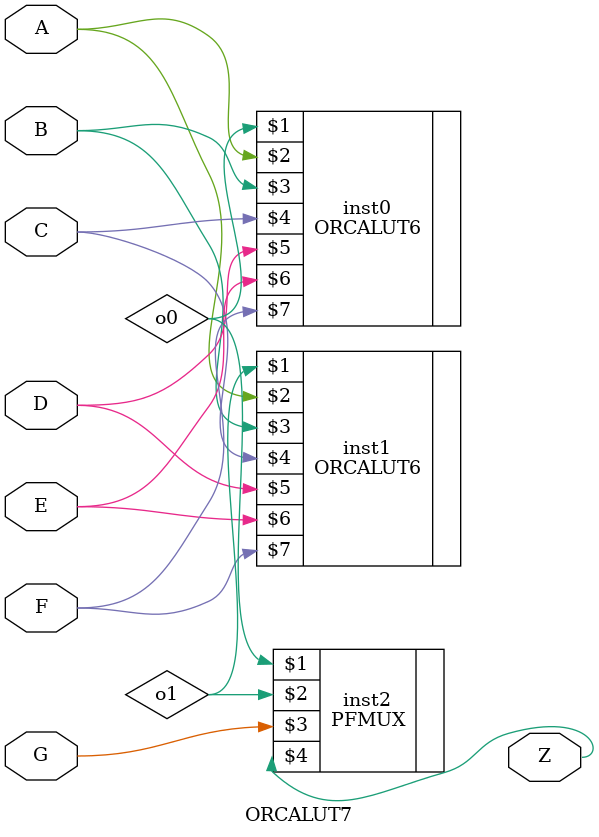
<source format=v>
`celldefine
`timescale 1 ns / 1 ps

module ORCALUT7 (Z, A, B, C, D, E, F, G);

parameter  [127:0]init = 128'h0000_0000_0000_0000_0000_0000_0000_0000 ;

input   A, B, C, D, E, F, G;
output  Z;

wire o0, o1;

defparam inst0.init = init[63:0];
ORCALUT6 inst0 (o0, A, B, C, D, E, F);

defparam inst1.init = init[127:64];
ORCALUT6 inst1 (o1, A, B, C, D, E, F);

PFMUX    inst2 (o0, o1, G, Z);


endmodule
`endcelldefine

</source>
